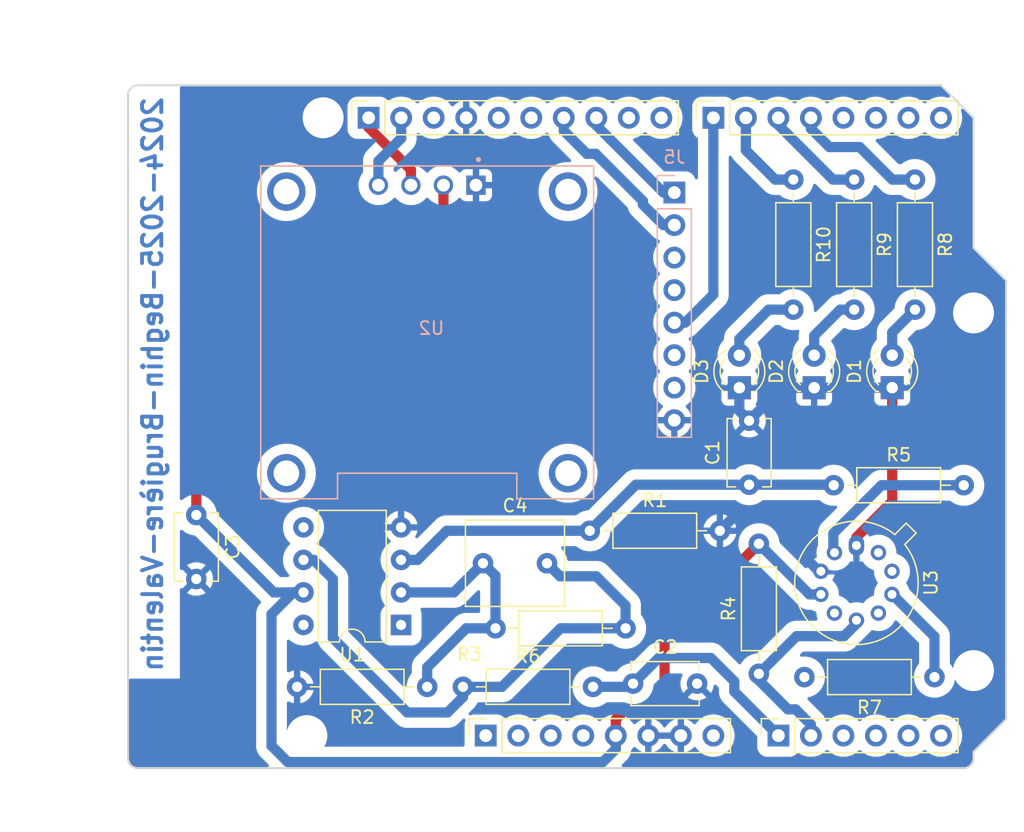
<source format=kicad_pcb>
(kicad_pcb (version 20221018) (generator pcbnew)
  (title_block (date "mar. 31 mars 2015"))
  (layers (0 "F.Cu" signal) (31 "B.Cu" signal) (34 "B.Paste" user) (35 "F.Paste" user) (36 "B.SilkS" user "B.Silkscreen") (37 "F.SilkS" user "F.Silkscreen") (38 "B.Mask" user) (39 "F.Mask" user) (44 "Edge.Cuts" user))
  (net 0 "")
  (net 1 "GND")
  (net 3 "+5V")
  (net 4 "Net-(U1-+IN)")
  (net 5 "ADC1")
  (net 6 "Net-(U1--IN)")
  (net 7 "Net-(U1-OUT)")
  (net 8 "Net-(D1-A)")
  (net 9 "Net-(D2-A)")
  (net 10 "Net-(D3-A)")
  (net 13 "OLED_SCL")
  (net 14 "OLED_SDA")
  (net 18 "Rx_LoRa")
  (net 19 "Tx_LoRa")
  (net 22 "ADC2")
  (net 25 "RST")
  (net 26 "+3V3")
  (net 27 "VCC")
  (net 28 "LED_R")
  (net 29 "LED_J")
  (net 30 "LED_V")
  (net 37 "+3.3V")
  (net 39 "GAS1")
  (net 40 "Net-(U3-ResB)")
  (net 41 "+12V")
  (footprint "Connector_PinSocket_2.54mm:PinSocket_1x08_P2.54mm_Vertical" (layer "F.Cu") (at 127.94 97.46 90)
    (fp_text reference "J1" hide)
    (fp_text value "Power")
    (fp_line (start -1.33 1.27) (end -1.33 19.11) (stroke (width 0.12)) (layer "F.SilkS"))
    (fp_line (start -1.33 1.27) (end 1.33 1.27) (stroke (width 0.12)) (layer "F.SilkS"))
    (fp_line (start -1.33 19.11) (end 1.33 19.11) (stroke (width 0.12)) (layer "F.SilkS"))
    (fp_line (start 0 -1.33) (end 1.33 -1.33) (stroke (width 0.12)) (layer "F.SilkS"))
    (fp_line (start 1.33 -1.33) (end 1.33 0) (stroke (width 0.12)) (layer "F.SilkS"))
    (fp_line (start 1.33 1.27) (end 1.33 19.11) (stroke (width 0.12)) (layer "F.SilkS"))
    (pad "1" thru_hole rect locked (at 0 0 90) (size 1.7 1.7) (drill 1) (layers "*.Cu" "*.Mask"))
    (pad "2" thru_hole oval locked (at 0 2.54 90) (size 1.7 1.7) (drill 1) (layers "*.Cu" "*.Mask"))
    (pad "3" thru_hole oval locked (at 0 5.08 90) (size 1.7 1.7) (drill 1) (layers "*.Cu" "*.Mask"))
    (pad "4" thru_hole oval locked (at 0 7.62 90) (size 1.7 1.7) (drill 1) (layers "*.Cu" "*.Mask") (net 26 "+3V3"))
    (pad "5" thru_hole oval locked (at 0 10.16 90) (size 1.7 1.7) (drill 1) (layers "*.Cu" "*.Mask") (net 3 "+5V"))
    (pad "6" thru_hole oval locked (at 0 12.7 90) (size 1.7 1.7) (drill 1) (layers "*.Cu" "*.Mask") (net 1 "GND"))
    (pad "7" thru_hole oval locked (at 0 15.24 90) (size 1.7 1.7) (drill 1) (layers "*.Cu" "*.Mask") (net 1 "GND"))
    (pad "8" thru_hole oval locked (at 0 17.78 90) (size 1.7 1.7) (drill 1) (layers "*.Cu" "*.Mask") (net 27 "VCC"))
  )
  (footprint "Connector_PinSocket_2.54mm:PinSocket_1x06_P2.54mm_Vertical" (layer "F.Cu") (at 150.8 97.46 90)
    (fp_text reference "J3" hide)
    (fp_text value "Analog")
    (fp_line (start -1.33 1.27) (end -1.33 14.03) (stroke (width 0.12)) (layer "F.SilkS"))
    (fp_line (start -1.33 1.27) (end 1.33 1.27) (stroke (width 0.12)) (layer "F.SilkS"))
    (fp_line (start -1.33 14.03) (end 1.33 14.03) (stroke (width 0.12)) (layer "F.SilkS"))
    (fp_line (start 0 -1.33) (end 1.33 -1.33) (stroke (width 0.12)) (layer "F.SilkS"))
    (fp_line (start 1.33 -1.33) (end 1.33 0) (stroke (width 0.12)) (layer "F.SilkS"))
    (fp_line (start 1.33 1.27) (end 1.33 14.03) (stroke (width 0.12)) (layer "F.SilkS"))
    (pad "1" thru_hole rect locked (at 0 0 90) (size 1.7 1.7) (drill 1) (layers "*.Cu" "*.Mask") (net 5 "ADC1"))
    (pad "2" thru_hole oval locked (at 0 2.54 90) (size 1.7 1.7) (drill 1) (layers "*.Cu" "*.Mask") (net 22 "ADC2"))
    (pad "3" thru_hole oval locked (at 0 5.08 90) (size 1.7 1.7) (drill 1) (layers "*.Cu" "*.Mask"))
    (pad "4" thru_hole oval locked (at 0 7.62 90) (size 1.7 1.7) (drill 1) (layers "*.Cu" "*.Mask"))
    (pad "5" thru_hole oval locked (at 0 10.16 90) (size 1.7 1.7) (drill 1) (layers "*.Cu" "*.Mask") (net 14 "OLED_SDA"))
    (pad "6" thru_hole oval locked (at 0 12.7 90) (size 1.7 1.7) (drill 1) (layers "*.Cu" "*.Mask") (net 13 "OLED_SCL"))
  )
  (footprint "Connector_PinSocket_2.54mm:PinSocket_1x10_P2.54mm_Vertical" (layer "F.Cu") (at 118.796 49.2 90)
    (fp_text reference "J2" hide)
    (fp_text value "Digital/PWM")
    (fp_line (start -1.33 1.27) (end -1.33 24.19) (stroke (width 0.12)) (layer "F.SilkS"))
    (fp_line (start -1.33 1.27) (end 1.33 1.27) (stroke (width 0.12)) (layer "F.SilkS"))
    (fp_line (start -1.33 24.19) (end 1.33 24.19) (stroke (width 0.12)) (layer "F.SilkS"))
    (fp_line (start 0 -1.33) (end 1.33 -1.33) (stroke (width 0.12)) (layer "F.SilkS"))
    (fp_line (start 1.33 -1.33) (end 1.33 0) (stroke (width 0.12)) (layer "F.SilkS"))
    (fp_line (start 1.33 1.27) (end 1.33 24.19) (stroke (width 0.12)) (layer "F.SilkS"))
    (pad "1" thru_hole rect locked (at 0 0 90) (size 1.7 1.7) (drill 1) (layers "*.Cu" "*.Mask") (net 13 "OLED_SCL"))
    (pad "2" thru_hole oval locked (at 0 2.54 90) (size 1.7 1.7) (drill 1) (layers "*.Cu" "*.Mask") (net 14 "OLED_SDA"))
    (pad "3" thru_hole oval locked (at 0 5.08 90) (size 1.7 1.7) (drill 1) (layers "*.Cu" "*.Mask"))
    (pad "4" thru_hole oval locked (at 0 7.62 90) (size 1.7 1.7) (drill 1) (layers "*.Cu" "*.Mask") (net 1 "GND"))
    (pad "5" thru_hole oval locked (at 0 10.16 90) (size 1.7 1.7) (drill 1) (layers "*.Cu" "*.Mask"))
    (pad "6" thru_hole oval locked (at 0 12.7 90) (size 1.7 1.7) (drill 1) (layers "*.Cu" "*.Mask"))
    (pad "7" thru_hole oval locked (at 0 15.24 90) (size 1.7 1.7) (drill 1) (layers "*.Cu" "*.Mask") (net 18 "Rx_LoRa"))
    (pad "8" thru_hole oval locked (at 0 17.78 90) (size 1.7 1.7) (drill 1) (layers "*.Cu" "*.Mask") (net 19 "Tx_LoRa"))
    (pad "9" thru_hole oval locked (at 0 20.32 90) (size 1.7 1.7) (drill 1) (layers "*.Cu" "*.Mask"))
    (pad "10" thru_hole oval locked (at 0 22.86 90) (size 1.7 1.7) (drill 1) (layers "*.Cu" "*.Mask"))
  )
  (footprint "Connector_PinSocket_2.54mm:PinSocket_1x08_P2.54mm_Vertical" (layer "F.Cu") (at 145.72 49.2 90)
    (fp_text reference "J4" hide)
    (fp_text value "Digital/PWM")
    (fp_line (start -1.33 1.27) (end -1.33 19.11) (stroke (width 0.12)) (layer "F.SilkS"))
    (fp_line (start -1.33 1.27) (end 1.33 1.27) (stroke (width 0.12)) (layer "F.SilkS"))
    (fp_line (start -1.33 19.11) (end 1.33 19.11) (stroke (width 0.12)) (layer "F.SilkS"))
    (fp_line (start 0 -1.33) (end 1.33 -1.33) (stroke (width 0.12)) (layer "F.SilkS"))
    (fp_line (start 1.33 -1.33) (end 1.33 0) (stroke (width 0.12)) (layer "F.SilkS"))
    (fp_line (start 1.33 1.27) (end 1.33 19.11) (stroke (width 0.12)) (layer "F.SilkS"))
    (pad "1" thru_hole rect locked (at 0 0 90) (size 1.7 1.7) (drill 1) (layers "*.Cu" "*.Mask") (net 25 "RST"))
    (pad "2" thru_hole oval locked (at 0 2.54 90) (size 1.7 1.7) (drill 1) (layers "*.Cu" "*.Mask") (net 28 "LED_R"))
    (pad "3" thru_hole oval locked (at 0 5.08 90) (size 1.7 1.7) (drill 1) (layers "*.Cu" "*.Mask") (net 29 "LED_J"))
    (pad "4" thru_hole oval locked (at 0 7.62 90) (size 1.7 1.7) (drill 1) (layers "*.Cu" "*.Mask") (net 30 "LED_V"))
    (pad "5" thru_hole oval locked (at 0 10.16 90) (size 1.7 1.7) (drill 1) (layers "*.Cu" "*.Mask"))
    (pad "6" thru_hole oval locked (at 0 12.7 90) (size 1.7 1.7) (drill 1) (layers "*.Cu" "*.Mask"))
    (pad "7" thru_hole oval locked (at 0 15.24 90) (size 1.7 1.7) (drill 1) (layers "*.Cu" "*.Mask"))
    (pad "8" thru_hole oval locked (at 0 17.78 90) (size 1.7 1.7) (drill 1) (layers "*.Cu" "*.Mask"))
  )
  (footprint "Capacitor_THT:C_Disc_D5.1mm_W3.2mm_P5.00mm" (layer "F.Cu") (at 139.45 93.396)
    (fp_text reference "C2" (at 2.5 -2.85) (layer "F.SilkS"))
    (fp_text value "100n")
    (fp_line (start -0.17 -1.721) (end -0.17 -1.055) (stroke (width 0.12)) (layer "F.SilkS"))
    (fp_line (start -0.17 -1.721) (end 5.17 -1.721) (stroke (width 0.12)) (layer "F.SilkS"))
    (fp_line (start -0.17 1.055) (end -0.17 1.721) (stroke (width 0.12)) (layer "F.SilkS"))
    (fp_line (start -0.17 1.721) (end 5.17 1.721) (stroke (width 0.12)) (layer "F.SilkS"))
    (fp_line (start 5.17 -1.721) (end 5.17 -1.055) (stroke (width 0.12)) (layer "F.SilkS"))
    (fp_line (start 5.17 1.055) (end 5.17 1.721) (stroke (width 0.12)) (layer "F.SilkS"))
    (pad "1" thru_hole circle (at 0 0) (size 1.6 1.6) (drill 0.8) (layers "*.Cu" "*.Mask") (net 5 "ADC1"))
    (pad "2" thru_hole circle (at 5 0) (size 1.6 1.6) (drill 0.8) (layers "*.Cu" "*.Mask") (net 1 "GND"))
  )
  (footprint "Resistor_THT:R_Axial_DIN0207_L6.3mm_D2.5mm_P10.16mm_Horizontal" (layer "F.Cu") (at 123.368 93.65 180)
    (fp_text reference "R2" (at 5.08 -2.37) (layer "F.SilkS"))
    (fp_text value "1k")
    (fp_line (start 1.04 0) (end 1.81 0) (stroke (width 0.12)) (layer "F.SilkS"))
    (fp_line (start 1.81 -1.37) (end 1.81 1.37) (stroke (width 0.12)) (layer "F.SilkS"))
    (fp_line (start 1.81 1.37) (end 8.35 1.37) (stroke (width 0.12)) (layer "F.SilkS"))
    (fp_line (start 8.35 -1.37) (end 1.81 -1.37) (stroke (width 0.12)) (layer "F.SilkS"))
    (fp_line (start 8.35 1.37) (end 8.35 -1.37) (stroke (width 0.12)) (layer "F.SilkS"))
    (fp_line (start 9.12 0) (end 8.35 0) (stroke (width 0.12)) (layer "F.SilkS"))
    (pad "1" thru_hole circle (at 0 0 180) (size 1.6 1.6) (drill 0.8) (layers "*.Cu" "*.Mask") (net 6 "Net-(U1--IN)"))
    (pad "2" thru_hole oval (at 10.16 0 180) (size 1.6 1.6) (drill 0.8) (layers "*.Cu" "*.Mask") (net 1 "GND"))
  )
  (footprint "Resistor_THT:R_Axial_DIN0207_L6.3mm_D2.5mm_P10.16mm_Horizontal" (layer "F.Cu") (at 162.992 92.888 180)
    (fp_text reference "R7" (at 5.08 -2.37) (layer "F.SilkS"))
    (fp_text value "10k")
    (fp_line (start 1.04 0) (end 1.81 0) (stroke (width 0.12)) (layer "F.SilkS"))
    (fp_line (start 1.81 -1.37) (end 1.81 1.37) (stroke (width 0.12)) (layer "F.SilkS"))
    (fp_line (start 1.81 1.37) (end 8.35 1.37) (stroke (width 0.12)) (layer "F.SilkS"))
    (fp_line (start 8.35 -1.37) (end 1.81 -1.37) (stroke (width 0.12)) (layer "F.SilkS"))
    (fp_line (start 8.35 1.37) (end 8.35 -1.37) (stroke (width 0.12)) (layer "F.SilkS"))
    (fp_line (start 9.12 0) (end 8.35 0) (stroke (width 0.12)) (layer "F.SilkS"))
    (pad "1" thru_hole circle (at 0 0 180) (size 1.6 1.6) (drill 0.8) (layers "*.Cu" "*.Mask") (net 40 "Net-(U3-ResB)"))
    (pad "2" thru_hole oval (at 10.16 0 180) (size 1.6 1.6) (drill 0.8) (layers "*.Cu" "*.Mask") (net 41 "+12V"))
  )
  (footprint "Resistor_THT:R_Axial_DIN0207_L6.3mm_D2.5mm_P10.16mm_Horizontal" (layer "F.Cu") (at 128.702 89.078)
    (fp_text reference "R3" (at -2.032 2.032) (layer "F.SilkS"))
    (fp_text value "100k")
    (fp_line (start 1.04 0) (end 1.81 0) (stroke (width 0.12)) (layer "F.SilkS"))
    (fp_line (start 1.81 -1.37) (end 1.81 1.37) (stroke (width 0.12)) (layer "F.SilkS"))
    (fp_line (start 1.81 1.37) (end 8.35 1.37) (stroke (width 0.12)) (layer "F.SilkS"))
    (fp_line (start 8.35 -1.37) (end 1.81 -1.37) (stroke (width 0.12)) (layer "F.SilkS"))
    (fp_line (start 8.35 1.37) (end 8.35 -1.37) (stroke (width 0.12)) (layer "F.SilkS"))
    (fp_line (start 9.12 0) (end 8.35 0) (stroke (width 0.12)) (layer "F.SilkS"))
    (pad "1" thru_hole circle (at 0 0) (size 1.6 1.6) (drill 0.8) (layers "*.Cu" "*.Mask") (net 6 "Net-(U1--IN)"))
    (pad "2" thru_hole oval (at 10.16 0) (size 1.6 1.6) (drill 0.8) (layers "*.Cu" "*.Mask") (net 7 "Net-(U1-OUT)"))
  )
  (footprint "Package_DIP:DIP-8_W7.62mm" (layer "F.Cu") (at 121.326 88.814 180)
    (fp_text reference "U1" (at 3.81 -2.33) (layer "F.SilkS"))
    (fp_text value "LTC1050ACN8_PBF")
    (fp_line (start 1.16 -1.33) (end 1.16 8.95) (stroke (width 0.12)) (layer "F.SilkS"))
    (fp_line (start 1.16 8.95) (end 6.46 8.95) (stroke (width 0.12)) (layer "F.SilkS"))
    (fp_line (start 2.81 -1.33) (end 1.16 -1.33) (stroke (width 0.12)) (layer "F.SilkS"))
    (fp_line (start 6.46 -1.33) (end 4.81 -1.33) (stroke (width 0.12)) (layer "F.SilkS"))
    (fp_line (start 6.46 8.95) (end 6.46 -1.33) (stroke (width 0.12)) (layer "F.SilkS"))
    (fp_arc (start 4.81 -1.33) (mid 3.81 -0.33) (end 2.81 -1.33) (stroke (width 0.12)) (layer "F.SilkS"))
    (pad "1" thru_hole rect (at 0 0 180) (size 1.6 1.6) (drill 0.8) (layers "*.Cu" "*.Mask"))
    (pad "2" thru_hole oval (at 0 2.54 180) (size 1.6 1.6) (drill 0.8) (layers "*.Cu" "*.Mask") (net 6 "Net-(U1--IN)"))
    (pad "3" thru_hole oval (at 0 5.08 180) (size 1.6 1.6) (drill 0.8) (layers "*.Cu" "*.Mask") (net 4 "Net-(U1-+IN)"))
    (pad "4" thru_hole oval (at 0 7.62 180) (size 1.6 1.6) (drill 0.8) (layers "*.Cu" "*.Mask") (net 1 "GND"))
    (pad "5" thru_hole oval (at 7.62 7.62 180) (size 1.6 1.6) (drill 0.8) (layers "*.Cu" "*.Mask"))
    (pad "6" thru_hole oval (at 7.62 5.08 180) (size 1.6 1.6) (drill 0.8) (layers "*.Cu" "*.Mask") (net 7 "Net-(U1-OUT)"))
    (pad "7" thru_hole oval (at 7.62 2.54 180) (size 1.6 1.6) (drill 0.8) (layers "*.Cu" "*.Mask") (net 3 "+5V"))
    (pad "8" thru_hole oval (at 7.62 0 180) (size 1.6 1.6) (drill 0.8) (layers "*.Cu" "*.Mask"))
  )
  (footprint "Capacitor_THT:C_Rect_L7.5mm_W6.5mm_P5.00mm" (layer "F.Cu") (at 127.726 83.998)
    (fp_text reference "C4" (at 2.5 -4.5) (layer "F.SilkS"))
    (fp_text value "1u")
    (fp_line (start -1.37 -3.37) (end -1.37 3.37) (stroke (width 0.12)) (layer "F.SilkS"))
    (fp_line (start -1.37 -3.37) (end 6.37 -3.37) (stroke (width 0.12)) (layer "F.SilkS"))
    (fp_line (start -1.37 3.37) (end 6.37 3.37) (stroke (width 0.12)) (layer "F.SilkS"))
    (fp_line (start 6.37 -3.37) (end 6.37 3.37) (stroke (width 0.12)) (layer "F.SilkS"))
    (pad "1" thru_hole circle (at 0 0) (size 1.6 1.6) (drill 0.8) (layers "*.Cu" "*.Mask") (net 6 "Net-(U1--IN)"))
    (pad "2" thru_hole circle (at 5 0) (size 1.6 1.6) (drill 0.8) (layers "*.Cu" "*.Mask") (net 7 "Net-(U1-OUT)"))
  )
  (footprint "LED_THT:LED_D3.0mm" (layer "F.Cu") (at 147.752 70.287 90)
    (fp_text reference "D3" (at 1.27 -2.96 90) (layer "F.SilkS"))
    (fp_text value "LED_Rouge")
    (fp_line (start -0.29 -1.236) (end -0.29 -1.08) (stroke (width 0.12)) (layer "F.SilkS"))
    (fp_line (start -0.29 1.08) (end -0.29 1.236) (stroke (width 0.12)) (layer "F.SilkS"))
    (fp_arc (start -0.29 -1.235516) (mid 1.366487 -1.987659) (end 2.942335 -1.078608) (stroke (width 0.12)) (layer "F.SilkS"))
    (fp_arc (start 0.229039 -1.08) (mid 1.270117 -1.5) (end 2.31113 -1.079837) (stroke (width 0.12)) (layer "F.SilkS"))
    (fp_arc (start 2.31113 1.079837) (mid 1.270117 1.5) (end 0.229039 1.08) (stroke (width 0.12)) (layer "F.SilkS"))
    (fp_arc (start 2.942335 1.078608) (mid 1.366487 1.987659) (end -0.29 1.235516) (stroke (width 0.12)) (layer "F.SilkS"))
    (pad "1" thru_hole rect (at 0 0 90) (size 1.8 1.8) (drill 0.9) (layers "*.Cu" "*.Mask") (net 1 "GND"))
    (pad "2" thru_hole circle (at 2.54 0 90) (size 1.8 1.8) (drill 0.9) (layers "*.Cu" "*.Mask") (net 10 "Net-(D3-A)"))
  )
  (footprint "Resistor_THT:R_Axial_DIN0207_L6.3mm_D2.5mm_P10.16mm_Horizontal" (layer "F.Cu") (at 136.068 81.458)
    (fp_text reference "R1" (at 5.08 -2.37) (layer "F.SilkS"))
    (fp_text value "100k")
    (fp_line (start 1.04 0) (end 1.81 0) (stroke (width 0.12)) (layer "F.SilkS"))
    (fp_line (start 1.81 -1.37) (end 1.81 1.37) (stroke (width 0.12)) (layer "F.SilkS"))
    (fp_line (start 1.81 1.37) (end 8.35 1.37) (stroke (width 0.12)) (layer "F.SilkS"))
    (fp_line (start 8.35 -1.37) (end 1.81 -1.37) (stroke (width 0.12)) (layer "F.SilkS"))
    (fp_line (start 8.35 1.37) (end 8.35 -1.37) (stroke (width 0.12)) (layer "F.SilkS"))
    (fp_line (start 9.12 0) (end 8.35 0) (stroke (width 0.12)) (layer "F.SilkS"))
    (pad "1" thru_hole circle (at 0 0) (size 1.6 1.6) (drill 0.8) (layers "*.Cu" "*.Mask") (net 4 "Net-(U1-+IN)"))
    (pad "2" thru_hole oval (at 10.16 0) (size 1.6 1.6) (drill 0.8) (layers "*.Cu" "*.Mask") (net 1 "GND"))
  )
  (footprint "Resistor_THT:R_Axial_DIN0207_L6.3mm_D2.5mm_P10.16mm_Horizontal" (layer "F.Cu") (at 156.718 54.026 -90)
    (fp_text reference "R9" (at 5.08 -2.37 90) (layer "F.SilkS"))
    (fp_text value "220")
    (fp_line (start 1.04 0) (end 1.81 0) (stroke (width 0.12)) (layer "F.SilkS"))
    (fp_line (start 1.81 -1.37) (end 1.81 1.37) (stroke (width 0.12)) (layer "F.SilkS"))
    (fp_line (start 1.81 1.37) (end 8.35 1.37) (stroke (width 0.12)) (layer "F.SilkS"))
    (fp_line (start 8.35 -1.37) (end 1.81 -1.37) (stroke (width 0.12)) (layer "F.SilkS"))
    (fp_line (start 8.35 1.37) (end 8.35 -1.37) (stroke (width 0.12)) (layer "F.SilkS"))
    (fp_line (start 9.12 0) (end 8.35 0) (stroke (width 0.12)) (layer "F.SilkS"))
    (pad "1" thru_hole circle (at 0 0 270) (size 1.6 1.6) (drill 0.8) (layers "*.Cu" "*.Mask") (net 29 "LED_J"))
    (pad "2" thru_hole oval (at 10.16 0 270) (size 1.6 1.6) (drill 0.8) (layers "*.Cu" "*.Mask") (net 9 "Net-(D2-A)"))
  )
  (footprint "LED_THT:LED_D3.0mm" (layer "F.Cu") (at 159.69 70.282 90)
    (fp_text reference "D1" (at 1.27 -2.96 90) (layer "F.SilkS"))
    (fp_text value "LED_Verte")
    (fp_line (start -0.29 -1.236) (end -0.29 -1.08) (stroke (width 0.12)) (layer "F.SilkS"))
    (fp_line (start -0.29 1.08) (end -0.29 1.236) (stroke (width 0.12)) (layer "F.SilkS"))
    (fp_arc (start -0.29 -1.235516) (mid 1.366487 -1.987659) (end 2.942335 -1.078608) (stroke (width 0.12)) (layer "F.SilkS"))
    (fp_arc (start 0.229039 -1.08) (mid 1.270117 -1.5) (end 2.31113 -1.079837) (stroke (width 0.12)) (layer "F.SilkS"))
    (fp_arc (start 2.31113 1.079837) (mid 1.270117 1.5) (end 0.229039 1.08) (stroke (width 0.12)) (layer "F.SilkS"))
    (fp_arc (start 2.942335 1.078608) (mid 1.366487 1.987659) (end -0.29 1.235516) (stroke (width 0.12)) (layer "F.SilkS"))
    (pad "1" thru_hole rect (at 0 0 90) (size 1.8 1.8) (drill 0.9) (layers "*.Cu" "*.Mask") (net 1 "GND"))
    (pad "2" thru_hole circle (at 2.54 0 90) (size 1.8 1.8) (drill 0.9) (layers "*.Cu" "*.Mask") (net 8 "Net-(D1-A)"))
  )
  (footprint "Arduino_MountingHole:MountingHole_3.2mm" (layer "F.Cu") (at 115.24 49.2)
    (fp_text reference "MH1" hide)
    (fp_text value "MountingHole_3.2mm" hide)
    (pad "" np_thru_hole circle locked (at 0 0) (size 3.2 3.2) (drill 3.2) (layers "*.Cu" "*.Mask"))
  )
  (footprint "Capacitor_THT:C_Disc_D5.1mm_W3.2mm_P5.00mm" (layer "F.Cu") (at 105.334 80.228 -90)
    (fp_text reference "C3" (at 2.5 -2.85 90) (layer "F.SilkS"))
    (fp_text value "100n")
    (fp_line (start -0.17 -1.721) (end -0.17 -1.055) (stroke (width 0.12)) (layer "F.SilkS"))
    (fp_line (start -0.17 -1.721) (end 5.17 -1.721) (stroke (width 0.12)) (layer "F.SilkS"))
    (fp_line (start -0.17 1.055) (end -0.17 1.721) (stroke (width 0.12)) (layer "F.SilkS"))
    (fp_line (start -0.17 1.721) (end 5.17 1.721) (stroke (width 0.12)) (layer "F.SilkS"))
    (fp_line (start 5.17 -1.721) (end 5.17 -1.055) (stroke (width 0.12)) (layer "F.SilkS"))
    (fp_line (start 5.17 1.055) (end 5.17 1.721) (stroke (width 0.12)) (layer "F.SilkS"))
    (pad "1" thru_hole circle (at 0 0 270) (size 1.6 1.6) (drill 0.8) (layers "*.Cu" "*.Mask") (net 3 "+5V"))
    (pad "2" thru_hole circle (at 5 0 270) (size 1.6 1.6) (drill 0.8) (layers "*.Cu" "*.Mask") (net 1 "GND"))
  )
  (footprint "Resistor_THT:R_Axial_DIN0207_L6.3mm_D2.5mm_P10.16mm_Horizontal" (layer "F.Cu") (at 151.968 54.026 -90)
    (fp_text reference "R10" (at 5.08 -2.37 90) (layer "F.SilkS"))
    (fp_text value "220")
    (fp_line (start 1.04 0) (end 1.81 0) (stroke (width 0.12)) (layer "F.SilkS"))
    (fp_line (start 1.81 -1.37) (end 1.81 1.37) (stroke (width 0.12)) (layer "F.SilkS"))
    (fp_line (start 1.81 1.37) (end 8.35 1.37) (stroke (width 0.12)) (layer "F.SilkS"))
    (fp_line (start 8.35 -1.37) (end 1.81 -1.37) (stroke (width 0.12)) (layer "F.SilkS"))
    (fp_line (start 8.35 1.37) (end 8.35 -1.37) (stroke (width 0.12)) (layer "F.SilkS"))
    (fp_line (start 9.12 0) (end 8.35 0) (stroke (width 0.12)) (layer "F.SilkS"))
    (pad "1" thru_hole circle (at 0 0 270) (size 1.6 1.6) (drill 0.8) (layers "*.Cu" "*.Mask") (net 28 "LED_R"))
    (pad "2" thru_hole oval (at 10.16 0 270) (size 1.6 1.6) (drill 0.8) (layers "*.Cu" "*.Mask") (net 10 "Net-(D3-A)"))
  )
  (footprint "LED_THT:LED_D3.0mm" (layer "F.Cu") (at 153.594 70.287 90)
    (fp_text reference "D2" (at 1.27 -2.96 90) (layer "F.SilkS"))
    (fp_text value "LED_Jaune")
    (fp_line (start -0.29 -1.236) (end -0.29 -1.08) (stroke (width 0.12)) (layer "F.SilkS"))
    (fp_line (start -0.29 1.08) (end -0.29 1.236) (stroke (width 0.12)) (layer "F.SilkS"))
    (fp_arc (start -0.29 -1.235516) (mid 1.366487 -1.987659) (end 2.942335 -1.078608) (stroke (width 0.12)) (layer "F.SilkS"))
    (fp_arc (start 0.229039 -1.08) (mid 1.270117 -1.5) (end 2.31113 -1.079837) (stroke (width 0.12)) (layer "F.SilkS"))
    (fp_arc (start 2.31113 1.079837) (mid 1.270117 1.5) (end 0.229039 1.08) (stroke (width 0.12)) (layer "F.SilkS"))
    (fp_arc (start 2.942335 1.078608) (mid 1.366487 1.987659) (end -0.29 1.235516) (stroke (width 0.12)) (layer "F.SilkS"))
    (pad "1" thru_hole rect (at 0 0 90) (size 1.8 1.8) (drill 0.9) (layers "*.Cu" "*.Mask") (net 1 "GND"))
    (pad "2" thru_hole circle (at 2.54 0 90) (size 1.8 1.8) (drill 0.9) (layers "*.Cu" "*.Mask") (net 9 "Net-(D2-A)"))
  )
  (footprint "Resistor_THT:R_Axial_DIN0207_L6.3mm_D2.5mm_P10.16mm_Horizontal" (layer "F.Cu") (at 155.118 77.902)
    (fp_text reference "R5" (at 5.08 -2.37) (layer "F.SilkS"))
    (fp_text value "10k")
    (fp_line (start 1.04 0) (end 1.81 0) (stroke (width 0.12)) (layer "F.SilkS"))
    (fp_line (start 1.81 -1.37) (end 1.81 1.37) (stroke (width 0.12)) (layer "F.SilkS"))
    (fp_line (start 1.81 1.37) (end 8.35 1.37) (stroke (width 0.12)) (layer "F.SilkS"))
    (fp_line (start 8.35 -1.37) (end 1.81 -1.37) (stroke (width 0.12)) (layer "F.SilkS"))
    (fp_line (start 8.35 1.37) (end 8.35 -1.37) (stroke (width 0.12)) (layer "F.SilkS"))
    (fp_line (start 9.12 0) (end 8.35 0) (stroke (width 0.12)) (layer "F.SilkS"))
    (pad "1" thru_hole circle (at 0 0) (size 1.6 1.6) (drill 0.8) (layers "*.Cu" "*.Mask") (net 4 "Net-(U1-+IN)"))
    (pad "2" thru_hole oval (at 10.16 0) (size 1.6 1.6) (drill 0.8) (layers "*.Cu" "*.Mask") (net 39 "GAS1"))
  )
  (footprint "Arduino_MountingHole:MountingHole_3.2mm" (layer "F.Cu") (at 113.97 97.46)
    (fp_text reference "MH2" hide)
    (fp_text value "MountingHole_3.2mm" hide)
    (pad "" np_thru_hole circle locked (at 0 0) (size 3.2 3.2) (drill 3.2) (layers "*.Cu" "*.Mask"))
  )
  (footprint "Resistor_THT:R_Axial_DIN0207_L6.3mm_D2.5mm_P10.16mm_Horizontal" (layer "F.Cu") (at 149.276 92.634 90)
    (fp_text reference "R4" (at 5.08 -2.37 90) (layer "F.SilkS"))
    (fp_text value "100")
    (fp_line (start 1.04 0) (end 1.81 0) (stroke (width 0.12)) (layer "F.SilkS"))
    (fp_line (start 1.81 -1.37) (end 1.81 1.37) (stroke (width 0.12)) (layer "F.SilkS"))
    (fp_line (start 1.81 1.37) (end 8.35 1.37) (stroke (width 0.12)) (layer "F.SilkS"))
    (fp_line (start 8.35 -1.37) (end 1.81 -1.37) (stroke (width 0.12)) (layer "F.SilkS"))
    (fp_line (start 8.35 1.37) (end 8.35 -1.37) (stroke (width 0.12)) (layer "F.SilkS"))
    (fp_line (start 9.12 0) (end 8.35 0) (stroke (width 0.12)) (layer "F.SilkS"))
    (pad "1" thru_hole circle (at 0 0 90) (size 1.6 1.6) (drill 0.8) (layers "*.Cu" "*.Mask") (net 22 "ADC2"))
    (pad "2" thru_hole oval (at 10.16 0 90) (size 1.6 1.6) (drill 0.8) (layers "*.Cu" "*.Mask") (net 3 "+5V"))
  )
  (footprint "Arduino_MountingHole:MountingHole_3.2mm" (layer "F.Cu") (at 166.04 64.44)
    (fp_text reference "MH3" hide)
    (fp_text value "MountingHole_3.2mm" hide)
    (pad "" np_thru_hole circle locked (at 0 0) (size 3.2 3.2) (drill 3.2) (layers "*.Cu" "*.Mask"))
  )
  (footprint "Capacitor_THT:C_Disc_D5.1mm_W3.2mm_P5.00mm" (layer "F.Cu") (at 148.514 77.862 90)
    (fp_text reference "C1" (at 2.5 -2.85 90) (layer "F.SilkS"))
    (fp_text value "100n")
    (fp_line (start -0.17 -1.721) (end -0.17 -1.055) (stroke (width 0.12)) (layer "F.SilkS"))
    (fp_line (start -0.17 -1.721) (end 5.17 -1.721) (stroke (width 0.12)) (layer "F.SilkS"))
    (fp_line (start -0.17 1.055) (end -0.17 1.721) (stroke (width 0.12)) (layer "F.SilkS"))
    (fp_line (start -0.17 1.721) (end 5.17 1.721) (stroke (width 0.12)) (layer "F.SilkS"))
    (fp_line (start 5.17 -1.721) (end 5.17 -1.055) (stroke (width 0.12)) (layer "F.SilkS"))
    (fp_line (start 5.17 1.055) (end 5.17 1.721) (stroke (width 0.12)) (layer "F.SilkS"))
    (pad "1" thru_hole circle (at 0 0 90) (size 1.6 1.6) (drill 0.8) (layers "*.Cu" "*.Mask") (net 4 "Net-(U1-+IN)"))
    (pad "2" thru_hole circle (at 5 0 90) (size 1.6 1.6) (drill 0.8) (layers "*.Cu" "*.Mask") (net 1 "GND"))
  )
  (footprint "Arduino_MountingHole:MountingHole_3.2mm" (layer "F.Cu") (at 166.04 92.38)
    (fp_text reference "MH4" hide)
    (fp_text value "MountingHole_3.2mm" hide)
    (pad "" np_thru_hole circle locked (at 0 0) (size 3.2 3.2) (drill 3.2) (layers "*.Cu" "*.Mask"))
  )
  (footprint "Resistor_THT:R_Axial_DIN0207_L6.3mm_D2.5mm_P10.16mm_Horizontal" (layer "F.Cu") (at 126.162 93.65)
    (fp_text reference "R6" (at 5.08 -2.37) (layer "F.SilkS"))
    (fp_text value "1k")
    (fp_line (start 1.04 0) (end 1.81 0) (stroke (width 0.12)) (layer "F.SilkS"))
    (fp_line (start 1.81 -1.37) (end 1.81 1.37) (stroke (width 0.12)) (layer "F.SilkS"))
    (fp_line (start 1.81 1.37) (end 8.35 1.37) (stroke (width 0.12)) (layer "F.SilkS"))
    (fp_line (start 8.35 -1.37) (end 1.81 -1.37) (stroke (width 0.12)) (layer "F.SilkS"))
    (fp_line (start 8.35 1.37) (end 8.35 -1.37) (stroke (width 0.12)) (layer "F.SilkS"))
    (fp_line (start 9.12 0) (end 8.35 0) (stroke (width 0.12)) (layer "F.SilkS"))
    (pad "1" thru_hole circle (at 0 0) (size 1.6 1.6) (drill 0.8) (layers "*.Cu" "*.Mask") (net 7 "Net-(U1-OUT)"))
    (pad "2" thru_hole oval (at 10.16 0) (size 1.6 1.6) (drill 0.8) (layers "*.Cu" "*.Mask") (net 5 "ADC1"))
  )
  (footprint "Resistor_THT:R_Axial_DIN0207_L6.3mm_D2.5mm_P10.16mm_Horizontal" (layer "F.Cu") (at 161.468 54.026 -90)
    (fp_text reference "R8" (at 5.08 -2.37 90) (layer "F.SilkS"))
    (fp_text value "220")
    (fp_line (start 1.04 0) (end 1.81 0) (stroke (width 0.12)) (layer "F.SilkS"))
    (fp_line (start 1.81 -1.37) (end 1.81 1.37) (stroke (width 0.12)) (layer "F.SilkS"))
    (fp_line (start 1.81 1.37) (end 8.35 1.37) (stroke (width 0.12)) (layer "F.SilkS"))
    (fp_line (start 8.35 -1.37) (end 1.81 -1.37) (stroke (width 0.12)) (layer "F.SilkS"))
    (fp_line (start 8.35 1.37) (end 8.35 -1.37) (stroke (width 0.12)) (layer "F.SilkS"))
    (fp_line (start 9.12 0) (end 8.35 0) (stroke (width 0.12)) (layer "F.SilkS"))
    (pad "1" thru_hole circle (at 0 0 270) (size 1.6 1.6) (drill 0.8) (layers "*.Cu" "*.Mask") (net 30 "LED_V"))
    (pad "2" thru_hole oval (at 10.16 0 270) (size 1.6 1.6) (drill 0.8) (layers "*.Cu" "*.Mask") (net 8 "Net-(D1-A)"))
  )
  (footprint "Package_TO_SOT_THT:TO-5-10_Window" (layer "F.Cu") (at 156.896 82.607 -90)
    (fp_text reference "U3" (at 2.92 -5.82 90) (layer "F.SilkS"))
    (fp_text value "Gaz_Sensor")
    (fp_line (start -1.745856 -3.888039) (end -0.854902 -2.997084) (stroke (width 0.12)) (layer "F.SilkS"))
    (fp_line (start -0.968039 -4.665856) (end -1.745856 -3.888039) (stroke (width 0.12)) (layer "F.SilkS"))
    (fp_line (start -0.077084 -3.774902) (end -0.968039 -4.665856) (stroke (width 0.12)) (layer "F.SilkS"))
    (fp_arc (start -0.077084 -3.774902) (mid 6.328125 3.408384) (end -0.854674 -2.997371) (stroke (width 0.12)) (layer "F.SilkS"))
    (pad "1" thru_hole oval (at 0 0 270) (size 1.6 1.2) (drill 0.7) (layers "*.Cu" "*.Mask") (net 1 "GND"))
    (pad "2" thru_hole oval (at 0.55767 1.716333 270) (size 1.2 1.2) (drill 0.7) (layers "*.Cu" "*.Mask") (net 39 "GAS1"))
    (pad "3" thru_hole oval (at 2.01767 2.777085 270) (size 1.2 1.2) (drill 0.7) (layers "*.Cu" "*.Mask") (net 1 "GND"))
    (pad "4" thru_hole oval (at 3.82233 2.777085 270) (size 1.2 1.2) (drill 0.7) (layers "*.Cu" "*.Mask") (net 3 "+5V"))
    (pad "5" thru_hole oval (at 5.28233 1.716333 270) (size 1.2 1.2) (drill 0.7) (layers "*.Cu" "*.Mask"))
    (pad "6" thru_hole oval (at 5.84 0 270) (size 1.2 1.2) (drill 0.7) (layers "*.Cu" "*.Mask") (net 22 "ADC2"))
    (pad "7" thru_hole oval (at 5.28233 -1.716333 270) (size 1.2 1.2) (drill 0.7) (layers "*.Cu" "*.Mask"))
    (pad "8" thru_hole oval (at 3.82233 -2.777085 270) (size 1.2 1.2) (drill 0.7) (layers "*.Cu" "*.Mask") (net 40 "Net-(U3-ResB)"))
    (pad "9" thru_hole oval (at 2.01767 -2.777085 270) (size 1.2 1.2) (drill 0.7) (layers "*.Cu" "*.Mask"))
    (pad "10" thru_hole oval (at 0.55767 -1.716333 270) (size 1.2 1.2) (drill 0.7) (layers "*.Cu" "*.Mask"))
  )
  (footprint "DM-OLED096-636:MODULE_DM-OLED096-636" (layer "B.Cu") (at 123.368 65.964 180)
    (fp_text reference "U2" (at -0.332 0.332) (layer "B.SilkS") (effects (justify mirror)))
    (fp_text value "DM-OLED096-636")
    (fp_line (start -13 -13) (end -13 13) (stroke (width 0.127)) (layer "B.SilkS"))
    (fp_line (start -13 13) (end 13 13) (stroke (width 0.127)) (layer "B.SilkS"))
    (fp_line (start -7 -13) (end -13 -13) (stroke (width 0.127)) (layer "B.SilkS"))
    (fp_line (start -7 -11) (end -7 -13) (stroke (width 0.127)) (layer "B.SilkS"))
    (fp_line (start 7 -13) (end 7 -11) (stroke (width 0.127)) (layer "B.SilkS"))
    (fp_line (start 7 -11) (end -7 -11) (stroke (width 0.127)) (layer "B.SilkS"))
    (fp_line (start 13 -13) (end 7 -13) (stroke (width 0.127)) (layer "B.SilkS"))
    (fp_line (start 13 13) (end 13 -13) (stroke (width 0.127)) (layer "B.SilkS"))
    (fp_circle (center -4 13.5) (end -3.9 13.5) (stroke (width 0.2)) (fill none) (layer "B.SilkS"))
    (pad "1" thru_hole rect (at -3.81 11.5 180) (size 1.508 1.508) (drill 1) (layers "*.Cu" "*.Mask") (net 1 "GND"))
    (pad "2" thru_hole circle (at -1.27 11.5 180) (size 1.508 1.508) (drill 1) (layers "*.Cu" "*.Mask") (net 3 "+5V"))
    (pad "3" thru_hole circle (at 1.27 11.5 180) (size 1.508 1.508) (drill 1) (layers "*.Cu" "*.Mask") (net 13 "OLED_SCL"))
    (pad "4" thru_hole circle (at 3.81 11.5 180) (size 1.508 1.508) (drill 1) (layers "*.Cu" "*.Mask") (net 14 "OLED_SDA"))
    (pad "S1" thru_hole circle (at -11 11 180) (size 3 3) (drill 2) (layers "*.Cu" "*.Mask"))
    (pad "S2" thru_hole circle (at 11 11 180) (size 3 3) (drill 2) (layers "*.Cu" "*.Mask"))
    (pad "S3" thru_hole circle (at 11 -11 180) (size 3 3) (drill 2) (layers "*.Cu" "*.Mask"))
    (pad "S4" thru_hole circle (at -11 -11 180) (size 3 3) (drill 2) (layers "*.Cu" "*.Mask"))
  )
  (footprint "Connector_PinSocket_2.54mm:PinSocket_1x08_P2.54mm_Vertical" (layer "B.Cu") (at 142.672 55.042 180)
    (fp_text reference "J5" (at 0 2.77) (layer "B.SilkS") (effects (justify mirror)))
    (fp_text value "Connecteur LoRa")
    (fp_line (start -1.33 -19.11) (end 1.33 -19.11) (stroke (width 0.12)) (layer "B.SilkS"))
    (fp_line (start -1.33 -1.27) (end -1.33 -19.11) (stroke (width 0.12)) (layer "B.SilkS"))
    (fp_line (start -1.33 -1.27) (end 1.33 -1.27) (stroke (width 0.12)) (layer "B.SilkS"))
    (fp_line (start 0 1.33) (end 1.33 1.33) (stroke (width 0.12)) (layer "B.SilkS"))
    (fp_line (start 1.33 -1.27) (end 1.33 -19.11) (stroke (width 0.12)) (layer "B.SilkS"))
    (fp_line (start 1.33 1.33) (end 1.33 0) (stroke (width 0.12)) (layer "B.SilkS"))
    (pad "1" thru_hole rect (at 0 0 180) (size 1.7 1.7) (drill 1) (layers "*.Cu" "*.Mask") (net 19 "Tx_LoRa"))
    (pad "2" thru_hole oval (at 0 -2.54 180) (size 1.7 1.7) (drill 1) (layers "*.Cu" "*.Mask") (net 18 "Rx_LoRa"))
    (pad "3" thru_hole oval (at 0 -5.08 180) (size 1.7 1.7) (drill 1) (layers "*.Cu" "*.Mask"))
    (pad "4" thru_hole oval (at 0 -7.62 180) (size 1.7 1.7) (drill 1) (layers "*.Cu" "*.Mask"))
    (pad "5" thru_hole oval (at 0 -10.16 180) (size 1.7 1.7) (drill 1) (layers "*.Cu" "*.Mask") (net 25 "RST"))
    (pad "6" thru_hole oval (at 0 -12.7 180) (size 1.7 1.7) (drill 1) (layers "*.Cu" "*.Mask") (net 37 "+3.3V"))
    (pad "7" thru_hole oval (at 0 -15.24 180) (size 1.7 1.7) (drill 1) (layers "*.Cu" "*.Mask"))
    (pad "8" thru_hole oval (at 0 -17.78 180) (size 1.7 1.7) (drill 1) (layers "*.Cu" "*.Mask") (net 1 "GND"))
  )
  (gr_line (start 166.04 59.36) (end 168.58 61.9) (stroke (width 0.15)) (layer "Edge.Cuts"))
  (gr_line (start 100 99.238) (end 100 47.422) (stroke (width 0.15)) (layer "Edge.Cuts"))
  (gr_line (start 168.58 61.9) (end 168.58 96.19) (stroke (width 0.15)) (layer "Edge.Cuts"))
  (gr_line (start 165.278 100) (end 100.762 100) (stroke (width 0.15)) (layer "Edge.Cuts"))
  (gr_line (start 100.762 46.66) (end 163.5 46.66) (stroke (width 0.15)) (layer "Edge.Cuts"))
  (gr_arc (start 100.762 100) (mid 100.223185 99.776815) (end 100 99.238) (stroke (width 0.15)) (layer "Edge.Cuts"))
  (gr_line (start 168.58 96.19) (end 166.04 98.73) (stroke (width 0.15)) (layer "Edge.Cuts"))
  (gr_line (start 163.5 46.66) (end 166.04 49.2) (stroke (width 0.15)) (layer "Edge.Cuts"))
  (gr_arc (start 166.04 99.238) (mid 165.816815 99.776815) (end 165.278 100) (stroke (width 0.15)) (layer "Edge.Cuts"))
  (gr_line (start 166.04 49.2) (end 166.04 59.36) (stroke (width 0.15)) (layer "Edge.Cuts"))
  (gr_line (start 166.04 98.73) (end 166.04 99.238) (stroke (width 0.15)) (layer "Edge.Cuts"))
  (gr_arc (start 100 47.422) (mid 100.223185 46.883185) (end 100.762 46.66) (stroke (width 0.15)) (layer "Edge.Cuts"))
  (gr_text "2024-2025-Beghin-Brugière-Valentin" (at 102.794 47.422 90) (layer "B.Cu") (effects (font (size 1.5 1.5) (thickness 0.3) bold) (justify left bottom mirror)))
  (segment (start 156.896 82.607) (end 156.896 81.966) (width 0.8) (layer "F.Cu") (net 1))
  (segment (start 159.69 79.172) (end 159.69 70.282) (width 0.8) (layer "F.Cu") (net 1))
  (segment (start 156.896 81.966) (end 159.69 79.172) (width 0.8) (layer "F.Cu") (net 1))
  (segment (start 147.752 72.1) (end 148.514 72.862) (width 0.8) (layer "B.Cu") (net 1))
  (segment (start 153.96667 84.62467) (end 151.276 81.934) (width 0.8) (layer "B.Cu") (net 1))
  (segment (start 153.594 70.287) (end 151.089 70.287) (width 0.8) (layer "B.Cu") (net 1))
  (segment (start 150.832 80.474) (end 147.212 80.474) (width 0.8) (layer "B.Cu") (net 1))
  (segment (start 151.089 70.287) (end 148.514 72.862) (width 0.8) (layer "B.Cu") (net 1))
  (segment (start 159.69 70.282) (end 151.094 70.282) (width 0.8) (layer "B.Cu") (net 1))
  (segment (start 147.752 70.287) (end 147.752 72.1) (width 0.8) (layer "B.Cu") (net 1))
  (segment (start 147.212 80.474) (end 146.228 81.458) (width 0.8) (layer "B.Cu") (net 1))
  (segment (start 151.094 70.282) (end 148.514 72.862) (width 0.8) (layer "B.Cu") (net 1))
  (segment (start 151.276 81.934) (end 151.276 80.918) (width 0.8) (layer "B.Cu") (net 1))
  (segment (start 151.276 80.918) (end 150.832 80.474) (width 0.8) (layer "B.Cu") (net 1))
  (segment (start 154.118915 84.62467) (end 153.96667 84.62467) (width 0.8) (layer "B.Cu") (net 1))
  (segment (start 138.880656 95.396) (end 140.672 95.396) (width 0.8) (layer "F.Cu") (net 3))
  (segment (start 124.638 57.328) (end 124.638 54.464) (width 0.8) (layer "F.Cu") (net 3))
  (segment (start 140.672 95.396) (end 141.91 94.158) (width 0.8) (layer "F.Cu") (net 3))
  (segment (start 138.1 96.176656) (end 138.880656 95.396) (width 0.8) (layer "F.Cu") (net 3))
  (segment (start 105.334 76.632) (end 124.638 57.328) (width 0.8) (layer "F.Cu") (net 3))
  (segment (start 105.334 80.228) (end 105.334 76.632) (width 0.8) (layer "F.Cu") (net 3))
  (segment (start 141.91 94.158) (end 141.91 89.84) (width 0.8) (layer "F.Cu") (net 3))
  (segment (start 141.91 89.84) (end 149.276 82.474) (width 0.8) (layer "F.Cu") (net 3))
  (segment (start 138.1 97.46) (end 138.1 96.176656) (width 0.8) (layer "F.Cu") (net 3))
  (segment (start 138.1 98.509) (end 138.1 97.46) (width 0.8) (layer "B.Cu") (net 3))
  (segment (start 112.906 86.274) (end 111.208 87.972) (width 0.8) (layer "B.Cu") (net 3))
  (segment (start 111.208 98.254) (end 112.479 99.525) (width 0.8) (layer "B.Cu") (net 3))
  (segment (start 137.084 99.525) (end 138.1 98.509) (width 0.8) (layer "B.Cu") (net 3))
  (segment (start 113.706 86.274) (end 111.38 86.274) (width 0.8) (layer "B.Cu") (net 3))
  (segment (start 153.23133 86.42933) (end 149.276 82.474) (width 0.8) (layer "B.Cu") (net 3))
  (segment (start 111.38 86.274) (end 105.334 80.228) (width 0.8) (layer "B.Cu") (net 3))
  (segment (start 111.208 87.972) (end 111.208 98.254) (width 0.8) (layer "B.Cu") (net 3))
  (segment (start 113.706 86.274) (end 112.906 86.274) (width 0.8) (layer "B.Cu") (net 3))
  (segment (start 154.118915 86.42933) (end 153.23133 86.42933) (width 0.8) (layer "B.Cu") (net 3))
  (segment (start 112.479 99.525) (end 137.084 99.525) (width 0.8) (layer "B.Cu") (net 3))
  (segment (start 139.664 77.862) (end 136.068 81.458) (width 0.8) (layer "B.Cu") (net 4))
  (segment (start 155.078 77.862) (end 155.118 77.902) (width 0.8) (layer "B.Cu") (net 4))
  (segment (start 122.616 83.734) (end 121.326 83.734) (width 0.8) (layer "B.Cu") (net 4))
  (segment (start 148.514 77.862) (end 139.664 77.862) (width 0.8) (layer "B.Cu") (net 4))
  (segment (start 148.514 77.862) (end 155.078 77.862) (width 0.8) (layer "B.Cu") (net 4))
  (segment (start 124.892 81.458) (end 122.616 83.734) (width 0.8) (layer "B.Cu") (net 4))
  (segment (start 136.068 81.458) (end 124.892 81.458) (width 0.8) (layer "B.Cu") (net 4))
  (segment (start 147.357343 94.017343) (end 150.8 97.46) (width 0.8) (layer "B.Cu") (net 5))
  (segment (start 141.45 91.396) (end 145.53 91.396) (width 0.8) (layer "B.Cu") (net 5))
  (segment (start 139.196 93.65) (end 139.45 93.396) (width 0.8) (layer "B.Cu") (net 5))
  (segment (start 139.45 93.396) (end 141.45 91.396) (width 0.8) (layer "B.Cu") (net 5))
  (segment (start 136.322 93.65) (end 139.196 93.65) (width 0.8) (layer "B.Cu") (net 5))
  (segment (start 147.357343 93.223343) (end 147.357343 94.017343) (width 0.8) (layer "B.Cu") (net 5))
  (segment (start 145.53 91.396) (end 147.357343 93.223343) (width 0.8) (layer "B.Cu") (net 5))
  (segment (start 128.702 84.974) (end 127.726 83.998) (width 0.8) (layer "B.Cu") (net 6))
  (segment (start 123.368 92.126) (end 123.368 93.65) (width 0.8) (layer "B.Cu") (net 6))
  (segment (start 125.45 86.274) (end 127.726 83.998) (width 0.8) (layer "B.Cu") (net 6))
  (segment (start 126.416 89.078) (end 123.368 92.126) (width 0.8) (layer "B.Cu") (net 6))
  (segment (start 121.326 86.274) (end 125.45 86.274) (width 0.8) (layer "B.Cu") (net 6))
  (segment (start 128.702 89.078) (end 128.702 84.974) (width 0.8) (layer "B.Cu") (net 6))
  (segment (start 128.702 89.078) (end 126.416 89.078) (width 0.8) (layer "B.Cu") (net 6))
  (segment (start 133.782 89.078) (end 138.862 89.078) (width 0.8) (layer "B.Cu") (net 7))
  (segment (start 138.862 89.078) (end 138.862 87.3) (width 0.8) (layer "B.Cu") (net 7))
  (segment (start 114.506 83.734) (end 113.706 83.734) (width 0.8) (layer "B.Cu") (net 7))
  (segment (start 126.162 93.65) (end 129.21 93.65) (width 0.8) (layer "B.Cu") (net 7))
  (segment (start 129.21 93.65) (end 133.782 89.078) (width 0.8) (layer "B.Cu") (net 7))
  (segment (start 116.002 85.23) (end 114.506 83.734) (width 0.8) (layer "B.Cu") (net 7))
  (segment (start 126.162 93.65) (end 126.162 94.45) (width 0.8) (layer "B.Cu") (net 7))
  (segment (start 116.002 89.84) (end 116.002 85.23) (width 0.8) (layer "B.Cu") (net 7))
  (segment (start 121.812 95.65) (end 116.002 89.84) (width 0.8) (layer "B.Cu") (net 7))
  (segment (start 138.862 87.3) (end 136.576 85.014) (width 0.8) (layer "B.Cu") (net 7))
  (segment (start 124.962 95.65) (end 121.812 95.65) (width 0.8) (layer "B.Cu") (net 7))
  (segment (start 133.742 85.014) (end 132.726 83.998) (width 0.8) (layer "B.Cu") (net 7))
  (segment (start 126.162 94.45) (end 124.962 95.65) (width 0.8) (layer "B.Cu") (net 7))
  (segment (start 136.576 85.014) (end 133.742 85.014) (width 0.8) (layer "B.Cu") (net 7))
  (segment (start 159.69 67.742) (end 159.69 65.964) (width 0.8) (layer "B.Cu") (net 8))
  (segment (start 159.69 65.964) (end 161.468 64.186) (width 0.8) (layer "B.Cu") (net 8))
  (segment (start 153.594 66.218) (end 155.626 64.186) (width 0.8) (layer "B.Cu") (net 9))
  (segment (start 155.626 64.186) (end 156.718 64.186) (width 0.8) (layer "B.Cu") (net 9))
  (segment (start 153.594 67.747) (end 153.594 66.218) (width 0.8) (layer "B.Cu") (net 9))
  (segment (start 151.968 64.186) (end 150.038 64.186) (width 0.8) (layer "B.Cu") (net 10))
  (segment (start 150.038 64.186) (end 147.752 66.472) (width 0.8) (layer "B.Cu") (net 10))
  (segment (start 147.752 66.472) (end 147.752 67.747) (width 0.8) (layer "B.Cu") (net 10))
  (segment (start 118.796 49.2) (end 118.796 49.962) (width 0.8) (layer "F.Cu") (net 13))
  (segment (start 122.098 53.264) (end 122.098 54.464) (width 0.8) (layer "F.Cu") (net 13))
  (segment (start 118.796 49.962) (end 122.098 53.264) (width 0.8) (layer "F.Cu") (net 13))
  (segment (start 119.558 52.581573) (end 121.336 50.803573) (width 0.8) (layer "B.Cu") (net 14))
  (segment (start 119.558 54.464) (end 119.558 52.581573) (width 0.8) (layer "B.Cu") (net 14))
  (segment (start 121.336 50.803573) (end 121.336 49.2) (width 0.8) (layer "B.Cu") (net 14))
  (segment (start 140.222 55.989056) (end 141.814944 57.582) (width 0.8) (layer "B.Cu") (net 18))
  (segment (start 134.036 49.2) (end 134.036 50.216) (width 0.8) (layer "B.Cu") (net 18))
  (segment (start 134.036 50.216) (end 135.835123 52.015123) (width 0.8) (layer "B.Cu") (net 18))
  (segment (start 135.835123 52.015123) (end 136.532381 52.015123) (width 0.8) (layer "B.Cu") (net 18))
  (segment (start 136.532381 52.015123) (end 140.222 55.704742) (width 0.8) (layer "B.Cu") (net 18))
  (segment (start 141.814944 57.582) (end 142.672 57.582) (width 0.8) (layer "B.Cu") (net 18))
  (segment (start 140.222 55.704742) (end 140.222 55.989056) (width 0.8) (layer "B.Cu") (net 18))
  (segment (start 141.822 55.042) (end 136.576 49.796) (width 0.8) (layer "B.Cu") (net 19))
  (segment (start 136.576 49.796) (end 136.576 49.2) (width 0.8) (layer "B.Cu") (net 19))
  (segment (start 142.672 55.042) (end 141.822 55.042) (width 0.8) (layer "B.Cu") (net 19))
  (segment (start 152.147056 95.41) (end 151.544 95.41) (width 0.8) (layer "B.Cu") (net 22))
  (segment (start 156.896 88.447) (end 156.896 88.718581) (width 0.8) (layer "B.Cu") (net 22))
  (segment (start 153.34 96.602944) (end 152.147056 95.41) (width 0.8) (layer "B.Cu") (net 22))
  (segment (start 156.896 88.718581) (end 155.925251 89.68933) (width 0.8) (layer "B.Cu") (net 22))
  (segment (start 149.276 92.634) (end 152.22067 89.68933) (width 0.8) (layer "B.Cu") (net 22))
  (segment (start 153.34 97.46) (end 153.34 96.602944) (width 0.8) (layer "B.Cu") (net 22))
  (segment (start 151.544 95.41) (end 149.276 93.142) (width 0.8) (layer "B.Cu") (net 22))
  (segment (start 149.276 93.142) (end 149.276 92.634) (width 0.8) (layer "B.Cu") (net 22))
  (segment (start 152.22067 89.68933) (end 155.925251 89.68933) (width 0.8) (layer "B.Cu") (net 22))
  (segment (start 145.72 63.004) (end 143.522 65.202) (width 0.8) (layer "B.Cu") (net 25))
  (segment (start 145.72 49.2) (end 145.72 63.004) (width 0.8) (layer "B.Cu") (net 25))
  (segment (start 143.522 65.202) (end 142.672 65.202) (width 0.8) (layer "B.Cu") (net 25))
  (segment (start 148.26 51.74) (end 148.26 49.2) (width 0.8) (layer "B.Cu") (net 28))
  (segment (start 151.968 54.026) (end 150.546 54.026) (width 0.8) (layer "B.Cu") (net 28))
  (segment (start 150.546 54.026) (end 148.26 51.74) (width 0.8) (layer "B.Cu") (net 28))
  (segment (start 150.8 49.768086) (end 155.057914 54.026) (width 0.8) (layer "B.Cu") (net 29))
  (segment (start 155.057914 54.026) (end 156.718 54.026) (width 0.8) (layer "B.Cu") (net 29))
  (segment (start 150.8 49.2) (end 150.8 49.768086) (width 0.8) (layer "B.Cu") (net 29))
  (segment (start 153.34 50.045344) (end 154.780656 51.486) (width 0.8) (layer "B.Cu") (net 30))
  (segment (start 159.69 54.026) (end 161.468 54.026) (width 0.8) (layer "B.Cu") (net 30))
  (segment (start 157.15 51.486) (end 159.69 54.026) (width 0.8) (layer "B.Cu") (net 30))
  (segment (start 154.780656 51.486) (end 157.15 51.486) (width 0.8) (layer "B.Cu") (net 30))
  (segment (start 153.34 49.2) (end 153.34 50.045344) (width 0.8) (layer "B.Cu") (net 30))
  (segment (start 158.855416 77.902) (end 155.096 81.661416) (width 0.8) (layer "B.Cu") (net 39))
  (segment (start 165.278 77.902) (end 158.855416 77.902) (width 0.8) (layer "B.Cu") (net 39))
  (segment (start 155.096 81.661416) (end 155.096 83.081003) (width 0.8) (layer "B.Cu") (net 39))
  (segment (start 162.992 89.723413) (end 162.992 92.888) (width 0.8) (layer "B.Cu") (net 40))
  (segment (start 159.697917 86.42933) (end 162.992 89.723413) (width 0.8) (layer "B.Cu") (net 40))
  (segment (start 159.673085 86.42933) (end 159.697917 86.42933) (width 0.8) (layer "B.Cu") (net 40))
  (zone (net 1) (net_name "GND") (layer "B.Cu") (priority 1) (connect_pads (clearance 0.508)) (min_thickness 0.25) (fill yes (thermal_gap 0.5) (thermal_bridge_width 0.5))
    (polygon (pts (xy 90 40) (xy 170 40) (xy 170 105) (xy 90 105)))
  )
)
</source>
